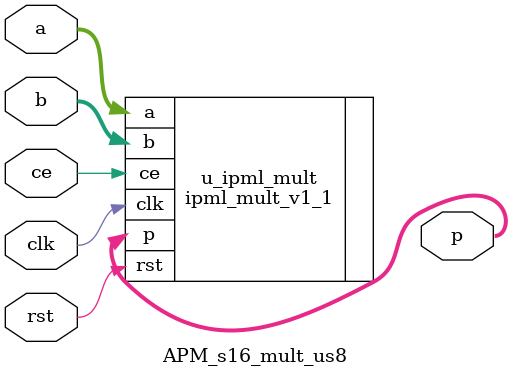
<source format=v>


module APM_s16_mult_us8
( 
     ce  ,
     rst ,
     clk ,
     a   ,
     b   ,
     p
);



localparam ASIZE = 16 ; //@IPC int 2,72

localparam BSIZE = 8 ; //@IPC int 2,72

localparam A_SIGNED = 1 ; //@IPC enum 0,1

localparam B_SIGNED = 0 ; //@IPC enum 0,1

localparam ASYNC_RST = 1 ; //@IPC enum 0,1

localparam OPTIMAL_TIMING = 0 ; //@IPC enum 0,1

localparam INREG_EN = 0 ; //@IPC enum 0,1

localparam PIPEREG_EN_1 = 0 ; //@IPC enum 0,1

localparam PIPEREG_EN_2 = 0 ; //@IPC enum 0,1

localparam PIPEREG_EN_3 = 0 ; //@IPC enum 0,1

localparam OUTREG_EN = 0 ; //@IPC enum 0,1

//tmp variable for ipc purpose 

localparam PIPE_STATUS = 0 ; //@IPC enum 0,1,2,3,4,5

localparam ASYNC_RST_BOOL = 1 ; //@IPC bool

localparam OPTIMAL_TIMING_BOOL = 0 ; //@IPC bool

//end of tmp variable
localparam  GRS_EN       = "FALSE"         ;  

localparam  PSIZE = ASIZE + BSIZE          ;  

input                 ce  ;
input                 rst ;
input                 clk ;
input  [ASIZE-1:0]    a   ;
input  [BSIZE-1:0]    b   ;
output [PSIZE-1:0]    p   ;

ipml_mult_v1_1
    #(  
    .ASIZE           ( ASIZE            ),
    .BSIZE           ( BSIZE            ),
    .OPTIMAL_TIMING  ( OPTIMAL_TIMING   ),    
    .INREG_EN        ( INREG_EN         ),    
    .PIPEREG_EN_1    ( PIPEREG_EN_1     ),     
    .PIPEREG_EN_2    ( PIPEREG_EN_2     ),
    .PIPEREG_EN_3    ( PIPEREG_EN_3     ),
    .OUTREG_EN       ( OUTREG_EN        ),
    .GRS_EN          ( GRS_EN           ),  
    .A_SIGNED        ( A_SIGNED         ),     
    .B_SIGNED        ( B_SIGNED         ),     
    .ASYNC_RST       ( ASYNC_RST        )      
    )u_ipml_mult
    (
    .ce              ( ce     ),
    .rst             ( rst    ),
    .clk             ( clk    ),
    .a               ( a      ),
    .b               ( b      ),
    .p               ( p      )
    );

endmodule


</source>
